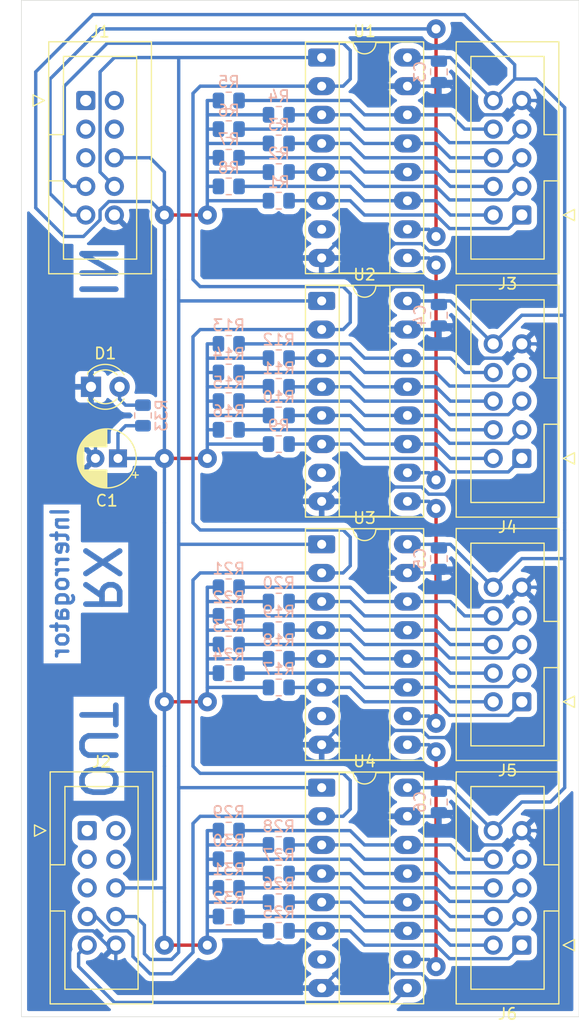
<source format=kicad_pcb>
(kicad_pcb
	(version 20241229)
	(generator "pcbnew")
	(generator_version "9.0")
	(general
		(thickness 1.6)
		(legacy_teardrops no)
	)
	(paper "A4")
	(layers
		(0 "F.Cu" signal)
		(2 "B.Cu" signal)
		(9 "F.Adhes" user "F.Adhesive")
		(11 "B.Adhes" user "B.Adhesive")
		(13 "F.Paste" user)
		(15 "B.Paste" user)
		(5 "F.SilkS" user "F.Silkscreen")
		(7 "B.SilkS" user "B.Silkscreen")
		(1 "F.Mask" user)
		(3 "B.Mask" user)
		(17 "Dwgs.User" user "User.Drawings")
		(19 "Cmts.User" user "User.Comments")
		(21 "Eco1.User" user "User.Eco1")
		(23 "Eco2.User" user "User.Eco2")
		(25 "Edge.Cuts" user)
		(27 "Margin" user)
		(31 "F.CrtYd" user "F.Courtyard")
		(29 "B.CrtYd" user "B.Courtyard")
		(35 "F.Fab" user)
		(33 "B.Fab" user)
		(39 "User.1" user)
		(41 "User.2" user)
		(43 "User.3" user)
		(45 "User.4" user)
	)
	(setup
		(pad_to_mask_clearance 0)
		(allow_soldermask_bridges_in_footprints no)
		(tenting front back)
		(pcbplotparams
			(layerselection 0x00000000_00000000_55555555_55555554)
			(plot_on_all_layers_selection 0x00000000_00000000_00000000_02000000)
			(disableapertmacros no)
			(usegerberextensions no)
			(usegerberattributes yes)
			(usegerberadvancedattributes yes)
			(creategerberjobfile yes)
			(dashed_line_dash_ratio 12.000000)
			(dashed_line_gap_ratio 3.000000)
			(svgprecision 4)
			(plotframeref no)
			(mode 1)
			(useauxorigin no)
			(hpglpennumber 1)
			(hpglpenspeed 20)
			(hpglpendiameter 15.000000)
			(pdf_front_fp_property_popups yes)
			(pdf_back_fp_property_popups yes)
			(pdf_metadata yes)
			(pdf_single_document no)
			(dxfpolygonmode yes)
			(dxfimperialunits yes)
			(dxfusepcbnewfont yes)
			(psnegative no)
			(psa4output no)
			(plot_black_and_white yes)
			(plotinvisibletext no)
			(sketchpadsonfab no)
			(plotpadnumbers no)
			(hidednponfab no)
			(sketchdnponfab yes)
			(crossoutdnponfab yes)
			(subtractmaskfromsilk no)
			(outputformat 4)
			(mirror no)
			(drillshape 2)
			(scaleselection 1)
			(outputdirectory "")
		)
	)
	(net 0 "")
	(net 1 "+5V")
	(net 2 "GND")
	(net 3 "unconnected-(J2-Pin_2-Pad2)")
	(net 4 "unconnected-(J2-Pin_4-Pad4)")
	(net 5 "unconnected-(J2-Pin_1-Pad1)")
	(net 6 "unconnected-(J2-Pin_3-Pad3)")
	(net 7 "unconnected-(J2-Pin_5-Pad5)")
	(net 8 "/CH 1/IN")
	(net 9 "/CH 1/CLK")
	(net 10 "/CH 1/LOAD")
	(net 11 "/CH 4/OUT")
	(net 12 "unconnected-(U1-~{Q7}-Pad7)")
	(net 13 "/CH 1/OUT")
	(net 14 "unconnected-(U2-~{Q7}-Pad7)")
	(net 15 "/CH 2/OUT")
	(net 16 "unconnected-(U3-~{Q7}-Pad7)")
	(net 17 "/CH 3/OUT")
	(net 18 "unconnected-(U4-~{Q7}-Pad7)")
	(net 19 "unconnected-(J1-Pin_1-Pad1)")
	(net 20 "unconnected-(J1-Pin_4-Pad4)")
	(net 21 "unconnected-(J1-Pin_2-Pad2)")
	(net 22 "unconnected-(J1-Pin_3-Pad3)")
	(net 23 "unconnected-(J1-Pin_5-Pad5)")
	(net 24 "Net-(J3-Pin_8)")
	(net 25 "Net-(J3-Pin_7)")
	(net 26 "Net-(J4-Pin_7)")
	(net 27 "Net-(J4-Pin_8)")
	(net 28 "Net-(J5-Pin_8)")
	(net 29 "Net-(J5-Pin_7)")
	(net 30 "Net-(J6-Pin_7)")
	(net 31 "Net-(J6-Pin_8)")
	(net 32 "Net-(J3-Pin_6)")
	(net 33 "Net-(J3-Pin_5)")
	(net 34 "Net-(J4-Pin_6)")
	(net 35 "Net-(J4-Pin_5)")
	(net 36 "Net-(J5-Pin_6)")
	(net 37 "Net-(J5-Pin_5)")
	(net 38 "Net-(J6-Pin_5)")
	(net 39 "Net-(J6-Pin_6)")
	(net 40 "Net-(J3-Pin_3)")
	(net 41 "Net-(J3-Pin_4)")
	(net 42 "Net-(J4-Pin_4)")
	(net 43 "Net-(J4-Pin_3)")
	(net 44 "Net-(J5-Pin_4)")
	(net 45 "Net-(J5-Pin_3)")
	(net 46 "Net-(J6-Pin_3)")
	(net 47 "Net-(J6-Pin_4)")
	(net 48 "Net-(J3-Pin_1)")
	(net 49 "Net-(J3-Pin_2)")
	(net 50 "Net-(J4-Pin_2)")
	(net 51 "Net-(J4-Pin_1)")
	(net 52 "Net-(J5-Pin_2)")
	(net 53 "Net-(J5-Pin_1)")
	(net 54 "Net-(J6-Pin_1)")
	(net 55 "Net-(J6-Pin_2)")
	(net 56 "Net-(D1-A)")
	(footprint "Connector_IDC:IDC-Header_2x05_P2.54mm_Vertical" (layer "F.Cu") (at 187.96 153.67 180))
	(footprint "Connector_IDC:IDC-Header_2x05_P2.54mm_Vertical" (layer "F.Cu") (at 187.96 132.08 180))
	(footprint "Connector_IDC:IDC-Header_2x05_P2.54mm_Vertical" (layer "F.Cu") (at 187.96 88.9 180))
	(footprint "LED_THT:LED_D3.0mm" (layer "F.Cu") (at 149.6875 104.14))
	(footprint "Connector_IDC:IDC-Header_2x05_P2.54mm_Vertical" (layer "F.Cu") (at 187.96 110.49 180))
	(footprint "Package_DIP:DIP-16_W7.62mm_Socket_LongPads" (layer "F.Cu") (at 170.18 74.93))
	(footprint "Package_DIP:DIP-16_W7.62mm_Socket_LongPads" (layer "F.Cu") (at 170.18 96.52))
	(footprint "Connector_IDC:IDC-Header_2x05_P2.54mm_Vertical" (layer "F.Cu") (at 149.352 143.51))
	(footprint "Connector_IDC:IDC-Header_2x05_P2.54mm_Vertical" (layer "F.Cu") (at 149.225 78.74))
	(footprint "Package_DIP:DIP-16_W7.62mm_Socket_LongPads" (layer "F.Cu") (at 170.18 139.7))
	(footprint "Capacitor_THT:CP_Radial_D5.0mm_P2.00mm" (layer "F.Cu") (at 152.085113 110.49 180))
	(footprint "Package_DIP:DIP-16_W7.62mm_Socket_LongPads" (layer "F.Cu") (at 170.18 118.11))
	(footprint "Resistor_SMD:R_0805_2012Metric" (layer "B.Cu") (at 161.925 148.59 180))
	(footprint "Resistor_SMD:R_0805_2012Metric" (layer "B.Cu") (at 166.37 106.68 180))
	(footprint "Resistor_SMD:R_0805_2012Metric" (layer "B.Cu") (at 161.925 100.33 180))
	(footprint "Resistor_SMD:R_0805_2012Metric" (layer "B.Cu") (at 166.37 104.14 180))
	(footprint "Resistor_SMD:R_0805_2012Metric" (layer "B.Cu") (at 166.37 123.19 180))
	(footprint "Resistor_SMD:R_0805_2012Metric" (layer "B.Cu") (at 166.37 128.27 180))
	(footprint "Resistor_SMD:R_0805_2012Metric" (layer "B.Cu") (at 166.37 147.32 180))
	(footprint "Resistor_SMD:R_0805_2012Metric" (layer "B.Cu") (at 154.305 106.68 90))
	(footprint "Resistor_SMD:R_0805_2012Metric" (layer "B.Cu") (at 166.37 125.73 180))
	(footprint "Resistor_SMD:R_0805_2012Metric" (layer "B.Cu") (at 166.37 80.01 180))
	(footprint "Resistor_SMD:R_0805_2012Metric" (layer "B.Cu") (at 161.925 105.41 180))
	(footprint "Resistor_SMD:R_0805_2012Metric" (layer "B.Cu") (at 161.925 151.13 180))
	(footprint "Resistor_SMD:R_0805_2012Metric"
		(layer "B.Cu")
		(uuid "79e5ca8e-cd1c-4e8d-b9a0-4dc68cea277a")
		(at 161.925 78.74 180)
		(descr "Resistor SMD 0805 (2012 Metric), square (rectangular) end terminal, IPC_7351 nominal, (Body size source: IPC-SM-782 page 72, https://www.pcb-3d.com/wordpress/wp-content/uploads/ipc-sm-782a_amendment_1_and_2.pdf), generated with kicad-footprint-generator")
		(tags "resistor")
		(property "Reference" "R5"
			(at 0 1.65 0)
			(layer "B.SilkS")
			(uuid "c2a6a458-8765-4ad1-86a2-387b400eed74")
			(effects
				(font
					(size 1 1)
					(thickness 0.15)
				)
				(justify mirror)
			)
		)
		(property "Value" "10k"
			(at 0 -1.65 0)
			(layer "B.Fab")
			(uuid "29e0fc80-965b-45cd-85b9-14df40bf3846")
			(effects
				(font
					(size 1 1)
					(thickness 0.15)
				)
				(justify mirror)
			)
		)
		(property "Datasheet" "https://www.mouser.pl/datasheet/2/447/PYu_RT_1_to_0_01_RoHS_L_12-3003070.pdf"
			(at 0 0 0)
			(unlocked yes)
			(layer "B.Fab")
			(hide yes)
			(uuid "9c303e83-2fa1-465c-b6c6-a735501a494e")
			(effects
				(font
					(size 1.27 1.27)
					(thickness 0.15)
				)
				(justify mirror)
			)
		)
		(property "Description" "10k Resistor 0805 1% 50ppm Thin Film YAEGO"
			(at 0 0 0)
			(unlocked yes)
			(layer "B.Fab")
			(hide yes)
			(uuid "f3027693-28fe-4402-b7eb-b1a50a04b59c")
			(effects
				(font
					(size 1.27 1.27)
					(thickness 0.15)
				)
				(justify mirror)
			)
		)
		(property "Tolerance" "1%"
			(at 0 0 0)
			(unlocked yes)
			(layer "B.Fab")
			(hide yes)
			(uuid "10daddda-7b55-47d5-a0da-05d51940eb41")
			(effects
				(font
					(size 1 1)
					(thickness 0.15)
				)
				(justify mirror)
			)
		)
		(property "TempCo" "50ppm"
			(at 0 0 0)
			(unlocked yes)
			(layer "B.Fab")
			(hide yes)
			(uuid "fa1b15eb-439c-4de7-bc99-4742ee79f197")
			(effects
				(font
					(size 1 1)
					(thickness 0.15)
				)
				(justify mirror)
			)
		)
		(property "Power" "0.125W"
			(at 0 0 0)
			(unlocked yes)
			(layer "B.Fab")
			(hide yes)
			(uuid "58f244b0-3ea7-4e5e-99e4-971ee2f8fbc5")
			(effects
				(font
					(size 1 1)
					(thickness 0.15)
				)
				(justify mirror)
			)
		)
		(property "MPN" "RT0805FRE0710KL"
			(at 0 0 0)
			(unlocked yes)
			(layer "B.Fab")
			(hide yes)
			(uuid "afb48c99-eb41-4b99-9d49-bacef19ce9c4")
			(effects
				(font
					(size 1 1)
					(thickness 0.15)
				)
				(justify mirror)
			)
		)
		(property "Mouser" "603-RT0805FRE0710KL"
			(at 0 0 0)
			(unlocked yes)
			(layer "B.Fab")
			(hide yes)
			(uuid "bd18f252-ddf6-4b94-8096-a86adbd2a1f7")
			(effects
				(font
					(size 1 1)
					(thickness 0.15)
				)
				(justify mirror)
			)
		)
		(property "Voltage" "150V"
			(at 0 0 0)
			(unlocked yes)
			(layer "B.Fab")
			(hide yes)
			(uuid "9200676f-9952-42da-9ed9-0ddf94b3928e")
			(effects
				(font
					(size 1 1)
					(thickness 0.15)
				)
				(justify mirror)
			)
		)
		(property ki_fp_filters "R_*")
		(path "/8e2c531b-5bc8-4bf2-8a52-6c2c17a5c0fe/b82312c8-90c6-4642-b6a0-2df56fc795c1")
		(sheetname "/CH 1/")
		(sheetfile "Channel.kicad_sch")
		(attr smd)
		(fp_line
			(start -0.227064 0.735)
			(end 0.227064 0.735)
			(stroke
				(width 0.12)
				(type solid)
			)
			(layer "B.SilkS")
			(uuid "433d0e27-eadb-4058-a682-3d326f185313")
		)
		(fp_line
			(start -0.227064 -0.735)
			(end 0.227064 -0.735)
			(stroke
				(width 0.12)
				(type solid)
			)
			(layer "B.SilkS")
			(uuid "84637f43-44bc-4860-80d1-6951ec893c37")
		)
		(fp_line
			(start 1.68 0.95)
			(end 1.68 -0.95)
			(stroke

... [335727 chars truncated]
</source>
